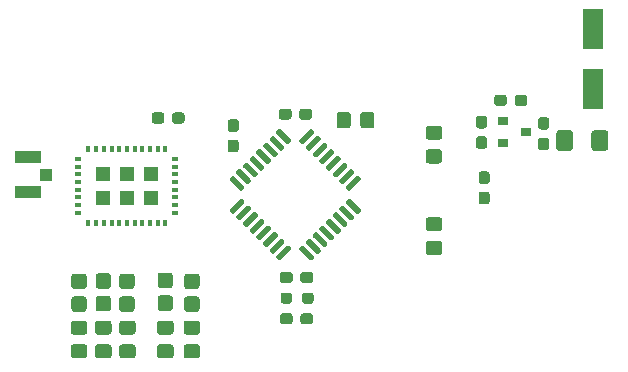
<source format=gbr>
%TF.GenerationSoftware,KiCad,Pcbnew,(5.1.10)-1*%
%TF.CreationDate,2021-08-23T16:31:20+01:00*%
%TF.ProjectId,Abhoinn_IoT_V3,4162686f-696e-46e5-9f49-6f545f56332e,rev?*%
%TF.SameCoordinates,Original*%
%TF.FileFunction,Paste,Top*%
%TF.FilePolarity,Positive*%
%FSLAX46Y46*%
G04 Gerber Fmt 4.6, Leading zero omitted, Abs format (unit mm)*
G04 Created by KiCad (PCBNEW (5.1.10)-1) date 2021-08-23 16:31:20*
%MOMM*%
%LPD*%
G01*
G04 APERTURE LIST*
%ADD10R,1.200000X1.200000*%
%ADD11R,0.350000X0.500000*%
%ADD12R,0.500000X0.350000*%
%ADD13R,1.800000X3.500000*%
%ADD14R,0.900000X0.800000*%
%ADD15R,2.200000X1.050000*%
%ADD16R,1.050000X1.000000*%
G04 APERTURE END LIST*
D10*
%TO.C,IC1*%
X131500000Y-81250000D03*
X131500000Y-79250000D03*
X129500000Y-81250000D03*
X129500000Y-79250000D03*
X127500000Y-81250000D03*
X127500000Y-79250000D03*
D11*
X126250000Y-77150000D03*
X126900000Y-77150000D03*
X127550000Y-77150000D03*
X128200000Y-77150000D03*
X128850000Y-77150000D03*
X129500000Y-77150000D03*
X130150000Y-77150000D03*
X130800000Y-77150000D03*
X131450000Y-77150000D03*
X132100000Y-77150000D03*
X132750000Y-77150000D03*
D12*
X133600000Y-77975000D03*
X133600000Y-78625000D03*
X133600000Y-79275000D03*
X133600000Y-79925000D03*
X133600000Y-80575000D03*
X133600000Y-81225000D03*
X133600000Y-81875000D03*
X133600000Y-82525000D03*
D11*
X132750000Y-83350000D03*
X132100000Y-83350000D03*
X131450000Y-83350000D03*
X130800000Y-83350000D03*
X130150000Y-83350000D03*
X129500000Y-83350000D03*
X128850000Y-83350000D03*
X128200000Y-83350000D03*
X127550000Y-83350000D03*
X126900000Y-83350000D03*
X126250000Y-83350000D03*
D12*
X125400000Y-82525000D03*
X125400000Y-81875000D03*
X125400000Y-81225000D03*
X125400000Y-80575000D03*
X125400000Y-79925000D03*
X125400000Y-79275000D03*
X125400000Y-78625000D03*
X125400000Y-77975000D03*
%TD*%
%TO.C,R4*%
G36*
G01*
X129099999Y-93650000D02*
X130000001Y-93650000D01*
G75*
G02*
X130250000Y-93899999I0J-249999D01*
G01*
X130250000Y-94600001D01*
G75*
G02*
X130000001Y-94850000I-249999J0D01*
G01*
X129099999Y-94850000D01*
G75*
G02*
X128850000Y-94600001I0J249999D01*
G01*
X128850000Y-93899999D01*
G75*
G02*
X129099999Y-93650000I249999J0D01*
G01*
G37*
G36*
G01*
X129099999Y-91650000D02*
X130000001Y-91650000D01*
G75*
G02*
X130250000Y-91899999I0J-249999D01*
G01*
X130250000Y-92600001D01*
G75*
G02*
X130000001Y-92850000I-249999J0D01*
G01*
X129099999Y-92850000D01*
G75*
G02*
X128850000Y-92600001I0J249999D01*
G01*
X128850000Y-91899999D01*
G75*
G02*
X129099999Y-91650000I249999J0D01*
G01*
G37*
%TD*%
D13*
%TO.C,D1*%
X169000000Y-67000000D03*
X169000000Y-72000000D03*
%TD*%
D14*
%TO.C,U1*%
X163306000Y-75692000D03*
X161306000Y-76642000D03*
X161306000Y-74742000D03*
%TD*%
%TO.C,C6*%
G36*
G01*
X161675000Y-72762500D02*
X161675000Y-73237500D01*
G75*
G02*
X161437500Y-73475000I-237500J0D01*
G01*
X160837500Y-73475000D01*
G75*
G02*
X160600000Y-73237500I0J237500D01*
G01*
X160600000Y-72762500D01*
G75*
G02*
X160837500Y-72525000I237500J0D01*
G01*
X161437500Y-72525000D01*
G75*
G02*
X161675000Y-72762500I0J-237500D01*
G01*
G37*
G36*
G01*
X163400000Y-72762500D02*
X163400000Y-73237500D01*
G75*
G02*
X163162500Y-73475000I-237500J0D01*
G01*
X162562500Y-73475000D01*
G75*
G02*
X162325000Y-73237500I0J237500D01*
G01*
X162325000Y-72762500D01*
G75*
G02*
X162562500Y-72525000I237500J0D01*
G01*
X163162500Y-72525000D01*
G75*
G02*
X163400000Y-72762500I0J-237500D01*
G01*
G37*
%TD*%
%TO.C,C9*%
G36*
G01*
X159987500Y-80087500D02*
X159512500Y-80087500D01*
G75*
G02*
X159275000Y-79850000I0J237500D01*
G01*
X159275000Y-79250000D01*
G75*
G02*
X159512500Y-79012500I237500J0D01*
G01*
X159987500Y-79012500D01*
G75*
G02*
X160225000Y-79250000I0J-237500D01*
G01*
X160225000Y-79850000D01*
G75*
G02*
X159987500Y-80087500I-237500J0D01*
G01*
G37*
G36*
G01*
X159987500Y-81812500D02*
X159512500Y-81812500D01*
G75*
G02*
X159275000Y-81575000I0J237500D01*
G01*
X159275000Y-80975000D01*
G75*
G02*
X159512500Y-80737500I237500J0D01*
G01*
X159987500Y-80737500D01*
G75*
G02*
X160225000Y-80975000I0J-237500D01*
G01*
X160225000Y-81575000D01*
G75*
G02*
X159987500Y-81812500I-237500J0D01*
G01*
G37*
%TD*%
%TO.C,F1*%
G36*
G01*
X167278880Y-75777440D02*
X167278880Y-77027440D01*
G75*
G02*
X167028880Y-77277440I-250000J0D01*
G01*
X166103880Y-77277440D01*
G75*
G02*
X165853880Y-77027440I0J250000D01*
G01*
X165853880Y-75777440D01*
G75*
G02*
X166103880Y-75527440I250000J0D01*
G01*
X167028880Y-75527440D01*
G75*
G02*
X167278880Y-75777440I0J-250000D01*
G01*
G37*
G36*
G01*
X170253880Y-75777440D02*
X170253880Y-77027440D01*
G75*
G02*
X170003880Y-77277440I-250000J0D01*
G01*
X169078880Y-77277440D01*
G75*
G02*
X168828880Y-77027440I0J250000D01*
G01*
X168828880Y-75777440D01*
G75*
G02*
X169078880Y-75527440I250000J0D01*
G01*
X170003880Y-75527440D01*
G75*
G02*
X170253880Y-75777440I0J-250000D01*
G01*
G37*
%TD*%
%TO.C,U3*%
G36*
G01*
X144103554Y-76333095D02*
X144987437Y-75449212D01*
G75*
G02*
X145164213Y-75449212I88388J-88388D01*
G01*
X145340990Y-75625989D01*
G75*
G02*
X145340990Y-75802765I-88388J-88388D01*
G01*
X144457107Y-76686648D01*
G75*
G02*
X144280331Y-76686648I-88388J88388D01*
G01*
X144103554Y-76509871D01*
G75*
G02*
X144103554Y-76333095I88388J88388D01*
G01*
G37*
G36*
G01*
X144669239Y-76898781D02*
X145553122Y-76014898D01*
G75*
G02*
X145729898Y-76014898I88388J-88388D01*
G01*
X145906675Y-76191675D01*
G75*
G02*
X145906675Y-76368451I-88388J-88388D01*
G01*
X145022792Y-77252334D01*
G75*
G02*
X144846016Y-77252334I-88388J88388D01*
G01*
X144669239Y-77075557D01*
G75*
G02*
X144669239Y-76898781I88388J88388D01*
G01*
G37*
G36*
G01*
X145234925Y-77464466D02*
X146118808Y-76580583D01*
G75*
G02*
X146295584Y-76580583I88388J-88388D01*
G01*
X146472361Y-76757360D01*
G75*
G02*
X146472361Y-76934136I-88388J-88388D01*
G01*
X145588478Y-77818019D01*
G75*
G02*
X145411702Y-77818019I-88388J88388D01*
G01*
X145234925Y-77641242D01*
G75*
G02*
X145234925Y-77464466I88388J88388D01*
G01*
G37*
G36*
G01*
X145800610Y-78030151D02*
X146684493Y-77146268D01*
G75*
G02*
X146861269Y-77146268I88388J-88388D01*
G01*
X147038046Y-77323045D01*
G75*
G02*
X147038046Y-77499821I-88388J-88388D01*
G01*
X146154163Y-78383704D01*
G75*
G02*
X145977387Y-78383704I-88388J88388D01*
G01*
X145800610Y-78206927D01*
G75*
G02*
X145800610Y-78030151I88388J88388D01*
G01*
G37*
G36*
G01*
X146366296Y-78595837D02*
X147250179Y-77711954D01*
G75*
G02*
X147426955Y-77711954I88388J-88388D01*
G01*
X147603732Y-77888731D01*
G75*
G02*
X147603732Y-78065507I-88388J-88388D01*
G01*
X146719849Y-78949390D01*
G75*
G02*
X146543073Y-78949390I-88388J88388D01*
G01*
X146366296Y-78772613D01*
G75*
G02*
X146366296Y-78595837I88388J88388D01*
G01*
G37*
G36*
G01*
X146931981Y-79161522D02*
X147815864Y-78277639D01*
G75*
G02*
X147992640Y-78277639I88388J-88388D01*
G01*
X148169417Y-78454416D01*
G75*
G02*
X148169417Y-78631192I-88388J-88388D01*
G01*
X147285534Y-79515075D01*
G75*
G02*
X147108758Y-79515075I-88388J88388D01*
G01*
X146931981Y-79338298D01*
G75*
G02*
X146931981Y-79161522I88388J88388D01*
G01*
G37*
G36*
G01*
X147497666Y-79727208D02*
X148381549Y-78843325D01*
G75*
G02*
X148558325Y-78843325I88388J-88388D01*
G01*
X148735102Y-79020102D01*
G75*
G02*
X148735102Y-79196878I-88388J-88388D01*
G01*
X147851219Y-80080761D01*
G75*
G02*
X147674443Y-80080761I-88388J88388D01*
G01*
X147497666Y-79903984D01*
G75*
G02*
X147497666Y-79727208I88388J88388D01*
G01*
G37*
G36*
G01*
X148063352Y-80292893D02*
X148947235Y-79409010D01*
G75*
G02*
X149124011Y-79409010I88388J-88388D01*
G01*
X149300788Y-79585787D01*
G75*
G02*
X149300788Y-79762563I-88388J-88388D01*
G01*
X148416905Y-80646446D01*
G75*
G02*
X148240129Y-80646446I-88388J88388D01*
G01*
X148063352Y-80469669D01*
G75*
G02*
X148063352Y-80292893I88388J88388D01*
G01*
G37*
G36*
G01*
X148063352Y-81530331D02*
X148240129Y-81353554D01*
G75*
G02*
X148416905Y-81353554I88388J-88388D01*
G01*
X149300788Y-82237437D01*
G75*
G02*
X149300788Y-82414213I-88388J-88388D01*
G01*
X149124011Y-82590990D01*
G75*
G02*
X148947235Y-82590990I-88388J88388D01*
G01*
X148063352Y-81707107D01*
G75*
G02*
X148063352Y-81530331I88388J88388D01*
G01*
G37*
G36*
G01*
X147497666Y-82096016D02*
X147674443Y-81919239D01*
G75*
G02*
X147851219Y-81919239I88388J-88388D01*
G01*
X148735102Y-82803122D01*
G75*
G02*
X148735102Y-82979898I-88388J-88388D01*
G01*
X148558325Y-83156675D01*
G75*
G02*
X148381549Y-83156675I-88388J88388D01*
G01*
X147497666Y-82272792D01*
G75*
G02*
X147497666Y-82096016I88388J88388D01*
G01*
G37*
G36*
G01*
X146931981Y-82661702D02*
X147108758Y-82484925D01*
G75*
G02*
X147285534Y-82484925I88388J-88388D01*
G01*
X148169417Y-83368808D01*
G75*
G02*
X148169417Y-83545584I-88388J-88388D01*
G01*
X147992640Y-83722361D01*
G75*
G02*
X147815864Y-83722361I-88388J88388D01*
G01*
X146931981Y-82838478D01*
G75*
G02*
X146931981Y-82661702I88388J88388D01*
G01*
G37*
G36*
G01*
X146366296Y-83227387D02*
X146543073Y-83050610D01*
G75*
G02*
X146719849Y-83050610I88388J-88388D01*
G01*
X147603732Y-83934493D01*
G75*
G02*
X147603732Y-84111269I-88388J-88388D01*
G01*
X147426955Y-84288046D01*
G75*
G02*
X147250179Y-84288046I-88388J88388D01*
G01*
X146366296Y-83404163D01*
G75*
G02*
X146366296Y-83227387I88388J88388D01*
G01*
G37*
G36*
G01*
X145800610Y-83793073D02*
X145977387Y-83616296D01*
G75*
G02*
X146154163Y-83616296I88388J-88388D01*
G01*
X147038046Y-84500179D01*
G75*
G02*
X147038046Y-84676955I-88388J-88388D01*
G01*
X146861269Y-84853732D01*
G75*
G02*
X146684493Y-84853732I-88388J88388D01*
G01*
X145800610Y-83969849D01*
G75*
G02*
X145800610Y-83793073I88388J88388D01*
G01*
G37*
G36*
G01*
X145234925Y-84358758D02*
X145411702Y-84181981D01*
G75*
G02*
X145588478Y-84181981I88388J-88388D01*
G01*
X146472361Y-85065864D01*
G75*
G02*
X146472361Y-85242640I-88388J-88388D01*
G01*
X146295584Y-85419417D01*
G75*
G02*
X146118808Y-85419417I-88388J88388D01*
G01*
X145234925Y-84535534D01*
G75*
G02*
X145234925Y-84358758I88388J88388D01*
G01*
G37*
G36*
G01*
X144669239Y-84924443D02*
X144846016Y-84747666D01*
G75*
G02*
X145022792Y-84747666I88388J-88388D01*
G01*
X145906675Y-85631549D01*
G75*
G02*
X145906675Y-85808325I-88388J-88388D01*
G01*
X145729898Y-85985102D01*
G75*
G02*
X145553122Y-85985102I-88388J88388D01*
G01*
X144669239Y-85101219D01*
G75*
G02*
X144669239Y-84924443I88388J88388D01*
G01*
G37*
G36*
G01*
X144103554Y-85490129D02*
X144280331Y-85313352D01*
G75*
G02*
X144457107Y-85313352I88388J-88388D01*
G01*
X145340990Y-86197235D01*
G75*
G02*
X145340990Y-86374011I-88388J-88388D01*
G01*
X145164213Y-86550788D01*
G75*
G02*
X144987437Y-86550788I-88388J88388D01*
G01*
X144103554Y-85666905D01*
G75*
G02*
X144103554Y-85490129I88388J88388D01*
G01*
G37*
G36*
G01*
X142159010Y-86197235D02*
X143042893Y-85313352D01*
G75*
G02*
X143219669Y-85313352I88388J-88388D01*
G01*
X143396446Y-85490129D01*
G75*
G02*
X143396446Y-85666905I-88388J-88388D01*
G01*
X142512563Y-86550788D01*
G75*
G02*
X142335787Y-86550788I-88388J88388D01*
G01*
X142159010Y-86374011D01*
G75*
G02*
X142159010Y-86197235I88388J88388D01*
G01*
G37*
G36*
G01*
X141593325Y-85631549D02*
X142477208Y-84747666D01*
G75*
G02*
X142653984Y-84747666I88388J-88388D01*
G01*
X142830761Y-84924443D01*
G75*
G02*
X142830761Y-85101219I-88388J-88388D01*
G01*
X141946878Y-85985102D01*
G75*
G02*
X141770102Y-85985102I-88388J88388D01*
G01*
X141593325Y-85808325D01*
G75*
G02*
X141593325Y-85631549I88388J88388D01*
G01*
G37*
G36*
G01*
X141027639Y-85065864D02*
X141911522Y-84181981D01*
G75*
G02*
X142088298Y-84181981I88388J-88388D01*
G01*
X142265075Y-84358758D01*
G75*
G02*
X142265075Y-84535534I-88388J-88388D01*
G01*
X141381192Y-85419417D01*
G75*
G02*
X141204416Y-85419417I-88388J88388D01*
G01*
X141027639Y-85242640D01*
G75*
G02*
X141027639Y-85065864I88388J88388D01*
G01*
G37*
G36*
G01*
X140461954Y-84500179D02*
X141345837Y-83616296D01*
G75*
G02*
X141522613Y-83616296I88388J-88388D01*
G01*
X141699390Y-83793073D01*
G75*
G02*
X141699390Y-83969849I-88388J-88388D01*
G01*
X140815507Y-84853732D01*
G75*
G02*
X140638731Y-84853732I-88388J88388D01*
G01*
X140461954Y-84676955D01*
G75*
G02*
X140461954Y-84500179I88388J88388D01*
G01*
G37*
G36*
G01*
X139896268Y-83934493D02*
X140780151Y-83050610D01*
G75*
G02*
X140956927Y-83050610I88388J-88388D01*
G01*
X141133704Y-83227387D01*
G75*
G02*
X141133704Y-83404163I-88388J-88388D01*
G01*
X140249821Y-84288046D01*
G75*
G02*
X140073045Y-84288046I-88388J88388D01*
G01*
X139896268Y-84111269D01*
G75*
G02*
X139896268Y-83934493I88388J88388D01*
G01*
G37*
G36*
G01*
X139330583Y-83368808D02*
X140214466Y-82484925D01*
G75*
G02*
X140391242Y-82484925I88388J-88388D01*
G01*
X140568019Y-82661702D01*
G75*
G02*
X140568019Y-82838478I-88388J-88388D01*
G01*
X139684136Y-83722361D01*
G75*
G02*
X139507360Y-83722361I-88388J88388D01*
G01*
X139330583Y-83545584D01*
G75*
G02*
X139330583Y-83368808I88388J88388D01*
G01*
G37*
G36*
G01*
X138764898Y-82803122D02*
X139648781Y-81919239D01*
G75*
G02*
X139825557Y-81919239I88388J-88388D01*
G01*
X140002334Y-82096016D01*
G75*
G02*
X140002334Y-82272792I-88388J-88388D01*
G01*
X139118451Y-83156675D01*
G75*
G02*
X138941675Y-83156675I-88388J88388D01*
G01*
X138764898Y-82979898D01*
G75*
G02*
X138764898Y-82803122I88388J88388D01*
G01*
G37*
G36*
G01*
X138199212Y-82237437D02*
X139083095Y-81353554D01*
G75*
G02*
X139259871Y-81353554I88388J-88388D01*
G01*
X139436648Y-81530331D01*
G75*
G02*
X139436648Y-81707107I-88388J-88388D01*
G01*
X138552765Y-82590990D01*
G75*
G02*
X138375989Y-82590990I-88388J88388D01*
G01*
X138199212Y-82414213D01*
G75*
G02*
X138199212Y-82237437I88388J88388D01*
G01*
G37*
G36*
G01*
X138199212Y-79585787D02*
X138375989Y-79409010D01*
G75*
G02*
X138552765Y-79409010I88388J-88388D01*
G01*
X139436648Y-80292893D01*
G75*
G02*
X139436648Y-80469669I-88388J-88388D01*
G01*
X139259871Y-80646446D01*
G75*
G02*
X139083095Y-80646446I-88388J88388D01*
G01*
X138199212Y-79762563D01*
G75*
G02*
X138199212Y-79585787I88388J88388D01*
G01*
G37*
G36*
G01*
X138764898Y-79020102D02*
X138941675Y-78843325D01*
G75*
G02*
X139118451Y-78843325I88388J-88388D01*
G01*
X140002334Y-79727208D01*
G75*
G02*
X140002334Y-79903984I-88388J-88388D01*
G01*
X139825557Y-80080761D01*
G75*
G02*
X139648781Y-80080761I-88388J88388D01*
G01*
X138764898Y-79196878D01*
G75*
G02*
X138764898Y-79020102I88388J88388D01*
G01*
G37*
G36*
G01*
X139330583Y-78454416D02*
X139507360Y-78277639D01*
G75*
G02*
X139684136Y-78277639I88388J-88388D01*
G01*
X140568019Y-79161522D01*
G75*
G02*
X140568019Y-79338298I-88388J-88388D01*
G01*
X140391242Y-79515075D01*
G75*
G02*
X140214466Y-79515075I-88388J88388D01*
G01*
X139330583Y-78631192D01*
G75*
G02*
X139330583Y-78454416I88388J88388D01*
G01*
G37*
G36*
G01*
X139896268Y-77888731D02*
X140073045Y-77711954D01*
G75*
G02*
X140249821Y-77711954I88388J-88388D01*
G01*
X141133704Y-78595837D01*
G75*
G02*
X141133704Y-78772613I-88388J-88388D01*
G01*
X140956927Y-78949390D01*
G75*
G02*
X140780151Y-78949390I-88388J88388D01*
G01*
X139896268Y-78065507D01*
G75*
G02*
X139896268Y-77888731I88388J88388D01*
G01*
G37*
G36*
G01*
X140461954Y-77323045D02*
X140638731Y-77146268D01*
G75*
G02*
X140815507Y-77146268I88388J-88388D01*
G01*
X141699390Y-78030151D01*
G75*
G02*
X141699390Y-78206927I-88388J-88388D01*
G01*
X141522613Y-78383704D01*
G75*
G02*
X141345837Y-78383704I-88388J88388D01*
G01*
X140461954Y-77499821D01*
G75*
G02*
X140461954Y-77323045I88388J88388D01*
G01*
G37*
G36*
G01*
X141027639Y-76757360D02*
X141204416Y-76580583D01*
G75*
G02*
X141381192Y-76580583I88388J-88388D01*
G01*
X142265075Y-77464466D01*
G75*
G02*
X142265075Y-77641242I-88388J-88388D01*
G01*
X142088298Y-77818019D01*
G75*
G02*
X141911522Y-77818019I-88388J88388D01*
G01*
X141027639Y-76934136D01*
G75*
G02*
X141027639Y-76757360I88388J88388D01*
G01*
G37*
G36*
G01*
X141593325Y-76191675D02*
X141770102Y-76014898D01*
G75*
G02*
X141946878Y-76014898I88388J-88388D01*
G01*
X142830761Y-76898781D01*
G75*
G02*
X142830761Y-77075557I-88388J-88388D01*
G01*
X142653984Y-77252334D01*
G75*
G02*
X142477208Y-77252334I-88388J88388D01*
G01*
X141593325Y-76368451D01*
G75*
G02*
X141593325Y-76191675I88388J88388D01*
G01*
G37*
G36*
G01*
X142159010Y-75625989D02*
X142335787Y-75449212D01*
G75*
G02*
X142512563Y-75449212I88388J-88388D01*
G01*
X143396446Y-76333095D01*
G75*
G02*
X143396446Y-76509871I-88388J-88388D01*
G01*
X143219669Y-76686648D01*
G75*
G02*
X143042893Y-76686648I-88388J88388D01*
G01*
X142159010Y-75802765D01*
G75*
G02*
X142159010Y-75625989I88388J88388D01*
G01*
G37*
%TD*%
%TO.C,R8*%
G36*
G01*
X134549999Y-93650000D02*
X135450001Y-93650000D01*
G75*
G02*
X135700000Y-93899999I0J-249999D01*
G01*
X135700000Y-94600001D01*
G75*
G02*
X135450001Y-94850000I-249999J0D01*
G01*
X134549999Y-94850000D01*
G75*
G02*
X134300000Y-94600001I0J249999D01*
G01*
X134300000Y-93899999D01*
G75*
G02*
X134549999Y-93650000I249999J0D01*
G01*
G37*
G36*
G01*
X134549999Y-91650000D02*
X135450001Y-91650000D01*
G75*
G02*
X135700000Y-91899999I0J-249999D01*
G01*
X135700000Y-92600001D01*
G75*
G02*
X135450001Y-92850000I-249999J0D01*
G01*
X134549999Y-92850000D01*
G75*
G02*
X134300000Y-92600001I0J249999D01*
G01*
X134300000Y-91899999D01*
G75*
G02*
X134549999Y-91650000I249999J0D01*
G01*
G37*
%TD*%
%TO.C,R7*%
G36*
G01*
X132299999Y-93650000D02*
X133200001Y-93650000D01*
G75*
G02*
X133450000Y-93899999I0J-249999D01*
G01*
X133450000Y-94600001D01*
G75*
G02*
X133200001Y-94850000I-249999J0D01*
G01*
X132299999Y-94850000D01*
G75*
G02*
X132050000Y-94600001I0J249999D01*
G01*
X132050000Y-93899999D01*
G75*
G02*
X132299999Y-93650000I249999J0D01*
G01*
G37*
G36*
G01*
X132299999Y-91650000D02*
X133200001Y-91650000D01*
G75*
G02*
X133450000Y-91899999I0J-249999D01*
G01*
X133450000Y-92600001D01*
G75*
G02*
X133200001Y-92850000I-249999J0D01*
G01*
X132299999Y-92850000D01*
G75*
G02*
X132050000Y-92600001I0J249999D01*
G01*
X132050000Y-91899999D01*
G75*
G02*
X132299999Y-91650000I249999J0D01*
G01*
G37*
%TD*%
%TO.C,R6*%
G36*
G01*
X155049999Y-77150000D02*
X155950001Y-77150000D01*
G75*
G02*
X156200000Y-77399999I0J-249999D01*
G01*
X156200000Y-78100001D01*
G75*
G02*
X155950001Y-78350000I-249999J0D01*
G01*
X155049999Y-78350000D01*
G75*
G02*
X154800000Y-78100001I0J249999D01*
G01*
X154800000Y-77399999D01*
G75*
G02*
X155049999Y-77150000I249999J0D01*
G01*
G37*
G36*
G01*
X155049999Y-75150000D02*
X155950001Y-75150000D01*
G75*
G02*
X156200000Y-75399999I0J-249999D01*
G01*
X156200000Y-76100001D01*
G75*
G02*
X155950001Y-76350000I-249999J0D01*
G01*
X155049999Y-76350000D01*
G75*
G02*
X154800000Y-76100001I0J249999D01*
G01*
X154800000Y-75399999D01*
G75*
G02*
X155049999Y-75150000I249999J0D01*
G01*
G37*
%TD*%
%TO.C,R5*%
G36*
G01*
X155950001Y-84100000D02*
X155049999Y-84100000D01*
G75*
G02*
X154800000Y-83850001I0J249999D01*
G01*
X154800000Y-83149999D01*
G75*
G02*
X155049999Y-82900000I249999J0D01*
G01*
X155950001Y-82900000D01*
G75*
G02*
X156200000Y-83149999I0J-249999D01*
G01*
X156200000Y-83850001D01*
G75*
G02*
X155950001Y-84100000I-249999J0D01*
G01*
G37*
G36*
G01*
X155950001Y-86100000D02*
X155049999Y-86100000D01*
G75*
G02*
X154800000Y-85850001I0J249999D01*
G01*
X154800000Y-85149999D01*
G75*
G02*
X155049999Y-84900000I249999J0D01*
G01*
X155950001Y-84900000D01*
G75*
G02*
X156200000Y-85149999I0J-249999D01*
G01*
X156200000Y-85850001D01*
G75*
G02*
X155950001Y-86100000I-249999J0D01*
G01*
G37*
%TD*%
%TO.C,R3*%
G36*
G01*
X127049999Y-93650000D02*
X127950001Y-93650000D01*
G75*
G02*
X128200000Y-93899999I0J-249999D01*
G01*
X128200000Y-94600001D01*
G75*
G02*
X127950001Y-94850000I-249999J0D01*
G01*
X127049999Y-94850000D01*
G75*
G02*
X126800000Y-94600001I0J249999D01*
G01*
X126800000Y-93899999D01*
G75*
G02*
X127049999Y-93650000I249999J0D01*
G01*
G37*
G36*
G01*
X127049999Y-91650000D02*
X127950001Y-91650000D01*
G75*
G02*
X128200000Y-91899999I0J-249999D01*
G01*
X128200000Y-92600001D01*
G75*
G02*
X127950001Y-92850000I-249999J0D01*
G01*
X127049999Y-92850000D01*
G75*
G02*
X126800000Y-92600001I0J249999D01*
G01*
X126800000Y-91899999D01*
G75*
G02*
X127049999Y-91650000I249999J0D01*
G01*
G37*
%TD*%
%TO.C,R2*%
G36*
G01*
X124999999Y-93650000D02*
X125900001Y-93650000D01*
G75*
G02*
X126150000Y-93899999I0J-249999D01*
G01*
X126150000Y-94600001D01*
G75*
G02*
X125900001Y-94850000I-249999J0D01*
G01*
X124999999Y-94850000D01*
G75*
G02*
X124750000Y-94600001I0J249999D01*
G01*
X124750000Y-93899999D01*
G75*
G02*
X124999999Y-93650000I249999J0D01*
G01*
G37*
G36*
G01*
X124999999Y-91650000D02*
X125900001Y-91650000D01*
G75*
G02*
X126150000Y-91899999I0J-249999D01*
G01*
X126150000Y-92600001D01*
G75*
G02*
X125900001Y-92850000I-249999J0D01*
G01*
X124999999Y-92850000D01*
G75*
G02*
X124750000Y-92600001I0J249999D01*
G01*
X124750000Y-91899999D01*
G75*
G02*
X124999999Y-91650000I249999J0D01*
G01*
G37*
%TD*%
%TO.C,R1*%
G36*
G01*
X149260000Y-75126001D02*
X149260000Y-74225999D01*
G75*
G02*
X149509999Y-73976000I249999J0D01*
G01*
X150210001Y-73976000D01*
G75*
G02*
X150460000Y-74225999I0J-249999D01*
G01*
X150460000Y-75126001D01*
G75*
G02*
X150210001Y-75376000I-249999J0D01*
G01*
X149509999Y-75376000D01*
G75*
G02*
X149260000Y-75126001I0J249999D01*
G01*
G37*
G36*
G01*
X147260000Y-75126001D02*
X147260000Y-74225999D01*
G75*
G02*
X147509999Y-73976000I249999J0D01*
G01*
X148210001Y-73976000D01*
G75*
G02*
X148460000Y-74225999I0J-249999D01*
G01*
X148460000Y-75126001D01*
G75*
G02*
X148210001Y-75376000I-249999J0D01*
G01*
X147509999Y-75376000D01*
G75*
G02*
X147260000Y-75126001I0J249999D01*
G01*
G37*
%TD*%
D15*
%TO.C,J5*%
X121124980Y-80783220D03*
D16*
X122649980Y-79308220D03*
D15*
X121124980Y-77833220D03*
%TD*%
%TO.C,FB1*%
G36*
G01*
X165019860Y-75477160D02*
X164544860Y-75477160D01*
G75*
G02*
X164307360Y-75239660I0J237500D01*
G01*
X164307360Y-74664660D01*
G75*
G02*
X164544860Y-74427160I237500J0D01*
G01*
X165019860Y-74427160D01*
G75*
G02*
X165257360Y-74664660I0J-237500D01*
G01*
X165257360Y-75239660D01*
G75*
G02*
X165019860Y-75477160I-237500J0D01*
G01*
G37*
G36*
G01*
X165019860Y-77227160D02*
X164544860Y-77227160D01*
G75*
G02*
X164307360Y-76989660I0J237500D01*
G01*
X164307360Y-76414660D01*
G75*
G02*
X164544860Y-76177160I237500J0D01*
G01*
X165019860Y-76177160D01*
G75*
G02*
X165257360Y-76414660I0J-237500D01*
G01*
X165257360Y-76989660D01*
G75*
G02*
X165019860Y-77227160I-237500J0D01*
G01*
G37*
%TD*%
%TO.C,D6*%
G36*
G01*
X135400001Y-88987500D02*
X134599999Y-88987500D01*
G75*
G02*
X134350000Y-88737501I0J249999D01*
G01*
X134350000Y-87912499D01*
G75*
G02*
X134599999Y-87662500I249999J0D01*
G01*
X135400001Y-87662500D01*
G75*
G02*
X135650000Y-87912499I0J-249999D01*
G01*
X135650000Y-88737501D01*
G75*
G02*
X135400001Y-88987500I-249999J0D01*
G01*
G37*
G36*
G01*
X135400001Y-90912500D02*
X134599999Y-90912500D01*
G75*
G02*
X134350000Y-90662501I0J249999D01*
G01*
X134350000Y-89837499D01*
G75*
G02*
X134599999Y-89587500I249999J0D01*
G01*
X135400001Y-89587500D01*
G75*
G02*
X135650000Y-89837499I0J-249999D01*
G01*
X135650000Y-90662501D01*
G75*
G02*
X135400001Y-90912500I-249999J0D01*
G01*
G37*
%TD*%
%TO.C,D5*%
G36*
G01*
X133150001Y-88912500D02*
X132349999Y-88912500D01*
G75*
G02*
X132100000Y-88662501I0J249999D01*
G01*
X132100000Y-87837499D01*
G75*
G02*
X132349999Y-87587500I249999J0D01*
G01*
X133150001Y-87587500D01*
G75*
G02*
X133400000Y-87837499I0J-249999D01*
G01*
X133400000Y-88662501D01*
G75*
G02*
X133150001Y-88912500I-249999J0D01*
G01*
G37*
G36*
G01*
X133150001Y-90837500D02*
X132349999Y-90837500D01*
G75*
G02*
X132100000Y-90587501I0J249999D01*
G01*
X132100000Y-89762499D01*
G75*
G02*
X132349999Y-89512500I249999J0D01*
G01*
X133150001Y-89512500D01*
G75*
G02*
X133400000Y-89762499I0J-249999D01*
G01*
X133400000Y-90587501D01*
G75*
G02*
X133150001Y-90837500I-249999J0D01*
G01*
G37*
%TD*%
%TO.C,D4*%
G36*
G01*
X129900001Y-88987500D02*
X129099999Y-88987500D01*
G75*
G02*
X128850000Y-88737501I0J249999D01*
G01*
X128850000Y-87912499D01*
G75*
G02*
X129099999Y-87662500I249999J0D01*
G01*
X129900001Y-87662500D01*
G75*
G02*
X130150000Y-87912499I0J-249999D01*
G01*
X130150000Y-88737501D01*
G75*
G02*
X129900001Y-88987500I-249999J0D01*
G01*
G37*
G36*
G01*
X129900001Y-90912500D02*
X129099999Y-90912500D01*
G75*
G02*
X128850000Y-90662501I0J249999D01*
G01*
X128850000Y-89837499D01*
G75*
G02*
X129099999Y-89587500I249999J0D01*
G01*
X129900001Y-89587500D01*
G75*
G02*
X130150000Y-89837499I0J-249999D01*
G01*
X130150000Y-90662501D01*
G75*
G02*
X129900001Y-90912500I-249999J0D01*
G01*
G37*
%TD*%
%TO.C,D3*%
G36*
G01*
X127900001Y-88950000D02*
X127099999Y-88950000D01*
G75*
G02*
X126850000Y-88700001I0J249999D01*
G01*
X126850000Y-87874999D01*
G75*
G02*
X127099999Y-87625000I249999J0D01*
G01*
X127900001Y-87625000D01*
G75*
G02*
X128150000Y-87874999I0J-249999D01*
G01*
X128150000Y-88700001D01*
G75*
G02*
X127900001Y-88950000I-249999J0D01*
G01*
G37*
G36*
G01*
X127900001Y-90875000D02*
X127099999Y-90875000D01*
G75*
G02*
X126850000Y-90625001I0J249999D01*
G01*
X126850000Y-89799999D01*
G75*
G02*
X127099999Y-89550000I249999J0D01*
G01*
X127900001Y-89550000D01*
G75*
G02*
X128150000Y-89799999I0J-249999D01*
G01*
X128150000Y-90625001D01*
G75*
G02*
X127900001Y-90875000I-249999J0D01*
G01*
G37*
%TD*%
%TO.C,D2*%
G36*
G01*
X125850001Y-88987500D02*
X125049999Y-88987500D01*
G75*
G02*
X124800000Y-88737501I0J249999D01*
G01*
X124800000Y-87912499D01*
G75*
G02*
X125049999Y-87662500I249999J0D01*
G01*
X125850001Y-87662500D01*
G75*
G02*
X126100000Y-87912499I0J-249999D01*
G01*
X126100000Y-88737501D01*
G75*
G02*
X125850001Y-88987500I-249999J0D01*
G01*
G37*
G36*
G01*
X125850001Y-90912500D02*
X125049999Y-90912500D01*
G75*
G02*
X124800000Y-90662501I0J249999D01*
G01*
X124800000Y-89837499D01*
G75*
G02*
X125049999Y-89587500I249999J0D01*
G01*
X125850001Y-89587500D01*
G75*
G02*
X126100000Y-89837499I0J-249999D01*
G01*
X126100000Y-90662501D01*
G75*
G02*
X125850001Y-90912500I-249999J0D01*
G01*
G37*
%TD*%
%TO.C,C8*%
G36*
G01*
X132675000Y-74262500D02*
X132675000Y-74737500D01*
G75*
G02*
X132437500Y-74975000I-237500J0D01*
G01*
X131837500Y-74975000D01*
G75*
G02*
X131600000Y-74737500I0J237500D01*
G01*
X131600000Y-74262500D01*
G75*
G02*
X131837500Y-74025000I237500J0D01*
G01*
X132437500Y-74025000D01*
G75*
G02*
X132675000Y-74262500I0J-237500D01*
G01*
G37*
G36*
G01*
X134400000Y-74262500D02*
X134400000Y-74737500D01*
G75*
G02*
X134162500Y-74975000I-237500J0D01*
G01*
X133562500Y-74975000D01*
G75*
G02*
X133325000Y-74737500I0J237500D01*
G01*
X133325000Y-74262500D01*
G75*
G02*
X133562500Y-74025000I237500J0D01*
G01*
X134162500Y-74025000D01*
G75*
G02*
X134400000Y-74262500I0J-237500D01*
G01*
G37*
%TD*%
%TO.C,C7*%
G36*
G01*
X159762060Y-75385460D02*
X159287060Y-75385460D01*
G75*
G02*
X159049560Y-75147960I0J237500D01*
G01*
X159049560Y-74547960D01*
G75*
G02*
X159287060Y-74310460I237500J0D01*
G01*
X159762060Y-74310460D01*
G75*
G02*
X159999560Y-74547960I0J-237500D01*
G01*
X159999560Y-75147960D01*
G75*
G02*
X159762060Y-75385460I-237500J0D01*
G01*
G37*
G36*
G01*
X159762060Y-77110460D02*
X159287060Y-77110460D01*
G75*
G02*
X159049560Y-76872960I0J237500D01*
G01*
X159049560Y-76272960D01*
G75*
G02*
X159287060Y-76035460I237500J0D01*
G01*
X159762060Y-76035460D01*
G75*
G02*
X159999560Y-76272960I0J-237500D01*
G01*
X159999560Y-76872960D01*
G75*
G02*
X159762060Y-77110460I-237500J0D01*
G01*
G37*
%TD*%
%TO.C,C5*%
G36*
G01*
X138737500Y-75675000D02*
X138262500Y-75675000D01*
G75*
G02*
X138025000Y-75437500I0J237500D01*
G01*
X138025000Y-74837500D01*
G75*
G02*
X138262500Y-74600000I237500J0D01*
G01*
X138737500Y-74600000D01*
G75*
G02*
X138975000Y-74837500I0J-237500D01*
G01*
X138975000Y-75437500D01*
G75*
G02*
X138737500Y-75675000I-237500J0D01*
G01*
G37*
G36*
G01*
X138737500Y-77400000D02*
X138262500Y-77400000D01*
G75*
G02*
X138025000Y-77162500I0J237500D01*
G01*
X138025000Y-76562500D01*
G75*
G02*
X138262500Y-76325000I237500J0D01*
G01*
X138737500Y-76325000D01*
G75*
G02*
X138975000Y-76562500I0J-237500D01*
G01*
X138975000Y-77162500D01*
G75*
G02*
X138737500Y-77400000I-237500J0D01*
G01*
G37*
%TD*%
%TO.C,C4*%
G36*
G01*
X143537500Y-91262500D02*
X143537500Y-91737500D01*
G75*
G02*
X143300000Y-91975000I-237500J0D01*
G01*
X142700000Y-91975000D01*
G75*
G02*
X142462500Y-91737500I0J237500D01*
G01*
X142462500Y-91262500D01*
G75*
G02*
X142700000Y-91025000I237500J0D01*
G01*
X143300000Y-91025000D01*
G75*
G02*
X143537500Y-91262500I0J-237500D01*
G01*
G37*
G36*
G01*
X145262500Y-91262500D02*
X145262500Y-91737500D01*
G75*
G02*
X145025000Y-91975000I-237500J0D01*
G01*
X144425000Y-91975000D01*
G75*
G02*
X144187500Y-91737500I0J237500D01*
G01*
X144187500Y-91262500D01*
G75*
G02*
X144425000Y-91025000I237500J0D01*
G01*
X145025000Y-91025000D01*
G75*
G02*
X145262500Y-91262500I0J-237500D01*
G01*
G37*
%TD*%
%TO.C,C3*%
G36*
G01*
X144089000Y-74405500D02*
X144089000Y-73930500D01*
G75*
G02*
X144326500Y-73693000I237500J0D01*
G01*
X144926500Y-73693000D01*
G75*
G02*
X145164000Y-73930500I0J-237500D01*
G01*
X145164000Y-74405500D01*
G75*
G02*
X144926500Y-74643000I-237500J0D01*
G01*
X144326500Y-74643000D01*
G75*
G02*
X144089000Y-74405500I0J237500D01*
G01*
G37*
G36*
G01*
X142364000Y-74405500D02*
X142364000Y-73930500D01*
G75*
G02*
X142601500Y-73693000I237500J0D01*
G01*
X143201500Y-73693000D01*
G75*
G02*
X143439000Y-73930500I0J-237500D01*
G01*
X143439000Y-74405500D01*
G75*
G02*
X143201500Y-74643000I-237500J0D01*
G01*
X142601500Y-74643000D01*
G75*
G02*
X142364000Y-74405500I0J237500D01*
G01*
G37*
%TD*%
%TO.C,C2*%
G36*
G01*
X143537500Y-87762500D02*
X143537500Y-88237500D01*
G75*
G02*
X143300000Y-88475000I-237500J0D01*
G01*
X142700000Y-88475000D01*
G75*
G02*
X142462500Y-88237500I0J237500D01*
G01*
X142462500Y-87762500D01*
G75*
G02*
X142700000Y-87525000I237500J0D01*
G01*
X143300000Y-87525000D01*
G75*
G02*
X143537500Y-87762500I0J-237500D01*
G01*
G37*
G36*
G01*
X145262500Y-87762500D02*
X145262500Y-88237500D01*
G75*
G02*
X145025000Y-88475000I-237500J0D01*
G01*
X144425000Y-88475000D01*
G75*
G02*
X144187500Y-88237500I0J237500D01*
G01*
X144187500Y-87762500D01*
G75*
G02*
X144425000Y-87525000I237500J0D01*
G01*
X145025000Y-87525000D01*
G75*
G02*
X145262500Y-87762500I0J-237500D01*
G01*
G37*
%TD*%
%TO.C,C1*%
G36*
G01*
X143487500Y-89512500D02*
X143487500Y-89987500D01*
G75*
G02*
X143250000Y-90225000I-237500J0D01*
G01*
X142750000Y-90225000D01*
G75*
G02*
X142512500Y-89987500I0J237500D01*
G01*
X142512500Y-89512500D01*
G75*
G02*
X142750000Y-89275000I237500J0D01*
G01*
X143250000Y-89275000D01*
G75*
G02*
X143487500Y-89512500I0J-237500D01*
G01*
G37*
G36*
G01*
X145312500Y-89512500D02*
X145312500Y-89987500D01*
G75*
G02*
X145075000Y-90225000I-237500J0D01*
G01*
X144575000Y-90225000D01*
G75*
G02*
X144337500Y-89987500I0J237500D01*
G01*
X144337500Y-89512500D01*
G75*
G02*
X144575000Y-89275000I237500J0D01*
G01*
X145075000Y-89275000D01*
G75*
G02*
X145312500Y-89512500I0J-237500D01*
G01*
G37*
%TD*%
M02*

</source>
